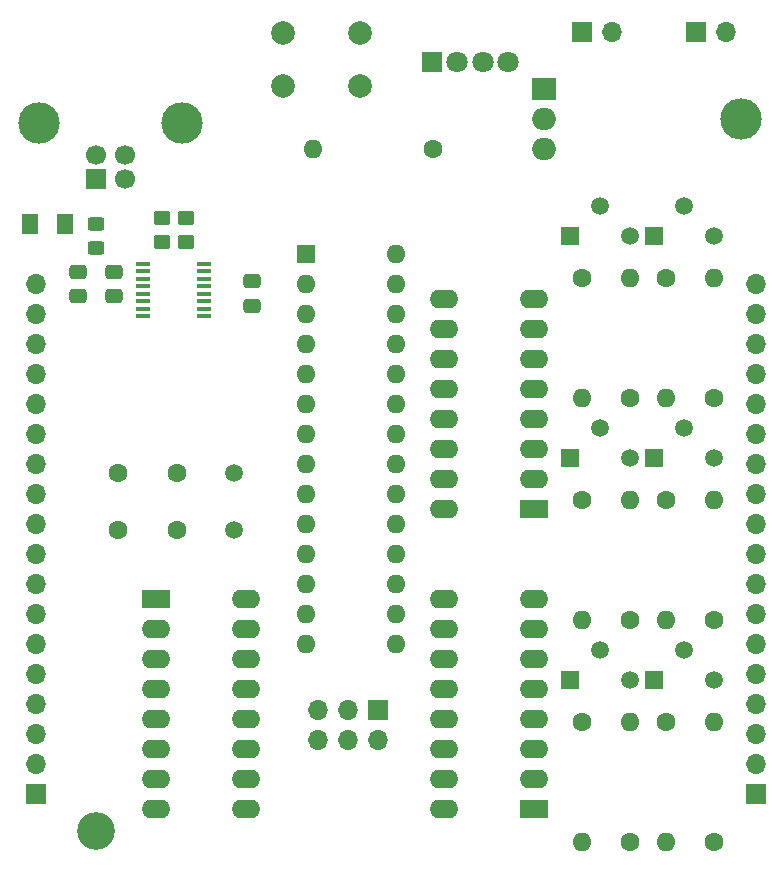
<source format=gbr>
G04 #@! TF.GenerationSoftware,KiCad,Pcbnew,(5.99.0-9618-g5ca7a2c457)*
G04 #@! TF.CreationDate,2021-03-10T23:01:37-05:00*
G04 #@! TF.ProjectId,PCB,5043422e-6b69-4636-9164-5f7063625858,rev?*
G04 #@! TF.SameCoordinates,Original*
G04 #@! TF.FileFunction,Soldermask,Top*
G04 #@! TF.FilePolarity,Negative*
%FSLAX46Y46*%
G04 Gerber Fmt 4.6, Leading zero omitted, Abs format (unit mm)*
G04 Created by KiCad (PCBNEW (5.99.0-9618-g5ca7a2c457)) date 2021-03-10 23:01:37*
%MOMM*%
%LPD*%
G01*
G04 APERTURE LIST*
G04 Aperture macros list*
%AMRoundRect*
0 Rectangle with rounded corners*
0 $1 Rounding radius*
0 $2 $3 $4 $5 $6 $7 $8 $9 X,Y pos of 4 corners*
0 Add a 4 corners polygon primitive as box body*
4,1,4,$2,$3,$4,$5,$6,$7,$8,$9,$2,$3,0*
0 Add four circle primitives for the rounded corners*
1,1,$1+$1,$2,$3*
1,1,$1+$1,$4,$5*
1,1,$1+$1,$6,$7*
1,1,$1+$1,$8,$9*
0 Add four rect primitives between the rounded corners*
20,1,$1+$1,$2,$3,$4,$5,0*
20,1,$1+$1,$4,$5,$6,$7,0*
20,1,$1+$1,$6,$7,$8,$9,0*
20,1,$1+$1,$8,$9,$2,$3,0*%
G04 Aperture macros list end*
%ADD10O,1.700000X1.700000*%
%ADD11R,1.700000X1.700000*%
%ADD12RoundRect,0.250000X0.450000X-0.350000X0.450000X0.350000X-0.450000X0.350000X-0.450000X-0.350000X0*%
%ADD13C,1.600000*%
%ADD14O,1.600000X1.600000*%
%ADD15C,1.500000*%
%ADD16RoundRect,0.250000X-0.475000X0.337500X-0.475000X-0.337500X0.475000X-0.337500X0.475000X0.337500X0*%
%ADD17R,1.800000X1.800000*%
%ADD18C,1.800000*%
%ADD19C,2.000000*%
%ADD20R,1.600000X1.600000*%
%ADD21R,1.500000X1.500000*%
%ADD22R,2.400000X1.600000*%
%ADD23O,2.400000X1.600000*%
%ADD24C,3.200000*%
%ADD25RoundRect,0.250001X0.462499X0.624999X-0.462499X0.624999X-0.462499X-0.624999X0.462499X-0.624999X0*%
%ADD26RoundRect,0.250000X0.450000X-0.325000X0.450000X0.325000X-0.450000X0.325000X-0.450000X-0.325000X0*%
%ADD27R,1.200000X0.400000*%
%ADD28C,1.700000*%
%ADD29C,3.500000*%
%ADD30O,3.500000X3.500000*%
%ADD31R,2.000000X1.905000*%
%ADD32O,2.000000X1.905000*%
G04 APERTURE END LIST*
D10*
X152908000Y-80264000D03*
D11*
X150368000Y-80264000D03*
D10*
X162560000Y-80264000D03*
D11*
X160020000Y-80264000D03*
D12*
X114808000Y-96028000D03*
X114808000Y-98028000D03*
X116840000Y-96028000D03*
X116840000Y-98028000D03*
D11*
X104140000Y-144780000D03*
D10*
X104140000Y-142240000D03*
X104140000Y-139700000D03*
X104140000Y-137160000D03*
X104140000Y-134620000D03*
X104140000Y-132080000D03*
X104140000Y-129540000D03*
X104140000Y-127000000D03*
X104140000Y-124460000D03*
X104140000Y-121920000D03*
X104140000Y-119380000D03*
X104140000Y-116840000D03*
X104140000Y-114300000D03*
X104140000Y-111760000D03*
X104140000Y-109220000D03*
X104140000Y-106680000D03*
X104140000Y-104140000D03*
X104140000Y-101600000D03*
D13*
X150368000Y-101092000D03*
D14*
X150368000Y-111252000D03*
D13*
X157480000Y-138684000D03*
D14*
X157480000Y-148844000D03*
D13*
X111125000Y-117602000D03*
X116125000Y-117602000D03*
X111125000Y-122428000D03*
X116125000Y-122428000D03*
X150368000Y-138684000D03*
D14*
X150368000Y-148844000D03*
D15*
X120904000Y-117602000D03*
X120904000Y-122482000D03*
D13*
X157480000Y-119888000D03*
D14*
X157480000Y-130048000D03*
D13*
X157480000Y-101092000D03*
D14*
X157480000Y-111252000D03*
D16*
X107696000Y-100562500D03*
X107696000Y-102637500D03*
D17*
X137668000Y-82804000D03*
D18*
X139827000Y-82804000D03*
X141986000Y-82804000D03*
X144145000Y-82804000D03*
D19*
X125072000Y-84836000D03*
X131572000Y-84836000D03*
X125072000Y-80336000D03*
X131572000Y-80336000D03*
D20*
X127000000Y-99060000D03*
D14*
X127000000Y-101600000D03*
X127000000Y-104140000D03*
X127000000Y-106680000D03*
X127000000Y-109220000D03*
X127000000Y-111760000D03*
X127000000Y-114300000D03*
X127000000Y-116840000D03*
X127000000Y-119380000D03*
X127000000Y-121920000D03*
X127000000Y-124460000D03*
X127000000Y-127000000D03*
X127000000Y-129540000D03*
X127000000Y-132080000D03*
X134620000Y-132080000D03*
X134620000Y-129540000D03*
X134620000Y-127000000D03*
X134620000Y-124460000D03*
X134620000Y-121920000D03*
X134620000Y-119380000D03*
X134620000Y-116840000D03*
X134620000Y-114300000D03*
X134620000Y-111760000D03*
X134620000Y-109220000D03*
X134620000Y-106680000D03*
X134620000Y-104140000D03*
X134620000Y-101600000D03*
X134620000Y-99060000D03*
D13*
X137795000Y-90170000D03*
D14*
X127635000Y-90170000D03*
D11*
X133096000Y-137668000D03*
D10*
X133096000Y-140208000D03*
X130556000Y-137668000D03*
X130556000Y-140208000D03*
X128016000Y-137668000D03*
X128016000Y-140208000D03*
D21*
X156464000Y-97536000D03*
D15*
X159004000Y-94996000D03*
X161544000Y-97536000D03*
D21*
X149352000Y-97536000D03*
D15*
X151892000Y-94996000D03*
X154432000Y-97536000D03*
D21*
X149352000Y-116332000D03*
D15*
X151892000Y-113792000D03*
X154432000Y-116332000D03*
D21*
X156464000Y-135128000D03*
D15*
X159004000Y-132588000D03*
X161544000Y-135128000D03*
D21*
X149352000Y-135128000D03*
D15*
X151892000Y-132588000D03*
X154432000Y-135128000D03*
D13*
X161544000Y-111252000D03*
D14*
X161544000Y-101092000D03*
D13*
X154432000Y-111252000D03*
D14*
X154432000Y-101092000D03*
D13*
X161544000Y-130048000D03*
D14*
X161544000Y-119888000D03*
D13*
X154432000Y-130048000D03*
D14*
X154432000Y-119888000D03*
D13*
X154432000Y-148844000D03*
D14*
X154432000Y-138684000D03*
D11*
X165100000Y-144780000D03*
D10*
X165100000Y-142240000D03*
X165100000Y-139700000D03*
X165100000Y-137160000D03*
X165100000Y-134620000D03*
X165100000Y-132080000D03*
X165100000Y-129540000D03*
X165100000Y-127000000D03*
X165100000Y-124460000D03*
X165100000Y-121920000D03*
X165100000Y-119380000D03*
X165100000Y-116840000D03*
X165100000Y-114300000D03*
X165100000Y-111760000D03*
X165100000Y-109220000D03*
X165100000Y-106680000D03*
X165100000Y-104140000D03*
X165100000Y-101600000D03*
D22*
X146304000Y-146050000D03*
D23*
X146304000Y-143510000D03*
X146304000Y-140970000D03*
X146304000Y-138430000D03*
X146304000Y-135890000D03*
X146304000Y-133350000D03*
X146304000Y-130810000D03*
X146304000Y-128270000D03*
X138684000Y-128270000D03*
X138684000Y-130810000D03*
X138684000Y-133350000D03*
X138684000Y-135890000D03*
X138684000Y-138430000D03*
X138684000Y-140970000D03*
X138684000Y-143510000D03*
X138684000Y-146050000D03*
D21*
X156464000Y-116332000D03*
D15*
X159004000Y-113792000D03*
X161544000Y-116332000D03*
D13*
X150368000Y-119888000D03*
D14*
X150368000Y-130048000D03*
D13*
X161544000Y-148844000D03*
D14*
X161544000Y-138684000D03*
D24*
X109220000Y-147955000D03*
D22*
X114300000Y-128270000D03*
D23*
X114300000Y-130810000D03*
X114300000Y-133350000D03*
X114300000Y-135890000D03*
X114300000Y-138430000D03*
X114300000Y-140970000D03*
X114300000Y-143510000D03*
X114300000Y-146050000D03*
X121920000Y-146050000D03*
X121920000Y-143510000D03*
X121920000Y-140970000D03*
X121920000Y-138430000D03*
X121920000Y-135890000D03*
X121920000Y-133350000D03*
X121920000Y-130810000D03*
X121920000Y-128270000D03*
D22*
X146304000Y-120650000D03*
D23*
X146304000Y-118110000D03*
X146304000Y-115570000D03*
X146304000Y-113030000D03*
X146304000Y-110490000D03*
X146304000Y-107950000D03*
X146304000Y-105410000D03*
X146304000Y-102870000D03*
X138684000Y-102870000D03*
X138684000Y-105410000D03*
X138684000Y-107950000D03*
X138684000Y-110490000D03*
X138684000Y-113030000D03*
X138684000Y-115570000D03*
X138684000Y-118110000D03*
X138684000Y-120650000D03*
D16*
X122428000Y-101388000D03*
X122428000Y-103463000D03*
D25*
X106643500Y-96520000D03*
X103668500Y-96520000D03*
D26*
X109220000Y-98561000D03*
X109220000Y-96511000D03*
D27*
X118424000Y-104330500D03*
X118424000Y-103695500D03*
X118424000Y-103060500D03*
X118424000Y-102425500D03*
X118424000Y-101790500D03*
X118424000Y-101155500D03*
X118424000Y-100520500D03*
X118424000Y-99885500D03*
X113224000Y-99885500D03*
X113224000Y-100520500D03*
X113224000Y-101155500D03*
X113224000Y-101790500D03*
X113224000Y-102425500D03*
X113224000Y-103060500D03*
X113224000Y-103695500D03*
X113224000Y-104330500D03*
D16*
X110744000Y-100562500D03*
X110744000Y-102637500D03*
D11*
X109220000Y-92710000D03*
D28*
X111720000Y-92710000D03*
X111720000Y-90710000D03*
X109220000Y-90710000D03*
D29*
X116490000Y-88000000D03*
X104450000Y-88000000D03*
D30*
X163830000Y-87630000D03*
D31*
X147170000Y-85090000D03*
D32*
X147170000Y-87630000D03*
X147170000Y-90170000D03*
M02*

</source>
